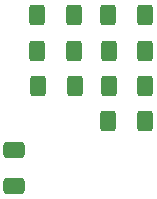
<source format=gbr>
%TF.GenerationSoftware,KiCad,Pcbnew,8.0.6*%
%TF.CreationDate,2025-03-07T17:01:16-07:00*%
%TF.ProjectId,Capstone_DataLogger,43617073-746f-46e6-955f-446174614c6f,rev?*%
%TF.SameCoordinates,Original*%
%TF.FileFunction,Paste,Top*%
%TF.FilePolarity,Positive*%
%FSLAX46Y46*%
G04 Gerber Fmt 4.6, Leading zero omitted, Abs format (unit mm)*
G04 Created by KiCad (PCBNEW 8.0.6) date 2025-03-07 17:01:16*
%MOMM*%
%LPD*%
G01*
G04 APERTURE LIST*
G04 Aperture macros list*
%AMRoundRect*
0 Rectangle with rounded corners*
0 $1 Rounding radius*
0 $2 $3 $4 $5 $6 $7 $8 $9 X,Y pos of 4 corners*
0 Add a 4 corners polygon primitive as box body*
4,1,4,$2,$3,$4,$5,$6,$7,$8,$9,$2,$3,0*
0 Add four circle primitives for the rounded corners*
1,1,$1+$1,$2,$3*
1,1,$1+$1,$4,$5*
1,1,$1+$1,$6,$7*
1,1,$1+$1,$8,$9*
0 Add four rect primitives between the rounded corners*
20,1,$1+$1,$2,$3,$4,$5,0*
20,1,$1+$1,$4,$5,$6,$7,0*
20,1,$1+$1,$6,$7,$8,$9,0*
20,1,$1+$1,$8,$9,$2,$3,0*%
G04 Aperture macros list end*
%ADD10RoundRect,0.250000X-0.400000X-0.625000X0.400000X-0.625000X0.400000X0.625000X-0.400000X0.625000X0*%
%ADD11RoundRect,0.250000X0.400000X0.625000X-0.400000X0.625000X-0.400000X-0.625000X0.400000X-0.625000X0*%
%ADD12RoundRect,0.250000X0.650000X-0.412500X0.650000X0.412500X-0.650000X0.412500X-0.650000X-0.412500X0*%
G04 APERTURE END LIST*
D10*
%TO.C,R3*%
X155500000Y-56500000D03*
X158600000Y-56500000D03*
%TD*%
D11*
%TO.C,R2*%
X158600000Y-59500000D03*
X155500000Y-59500000D03*
%TD*%
D10*
%TO.C,R7*%
X149500000Y-59500000D03*
X152600000Y-59500000D03*
%TD*%
D11*
%TO.C,R6*%
X158550000Y-62500000D03*
X155450000Y-62500000D03*
%TD*%
%TO.C,R1*%
X152550000Y-53500000D03*
X149450000Y-53500000D03*
%TD*%
D12*
%TO.C,C2*%
X147500000Y-68000000D03*
X147500000Y-64875000D03*
%TD*%
D10*
%TO.C,R4*%
X155450000Y-53500000D03*
X158550000Y-53500000D03*
%TD*%
D11*
%TO.C,R5*%
X152550000Y-56500000D03*
X149450000Y-56500000D03*
%TD*%
M02*

</source>
